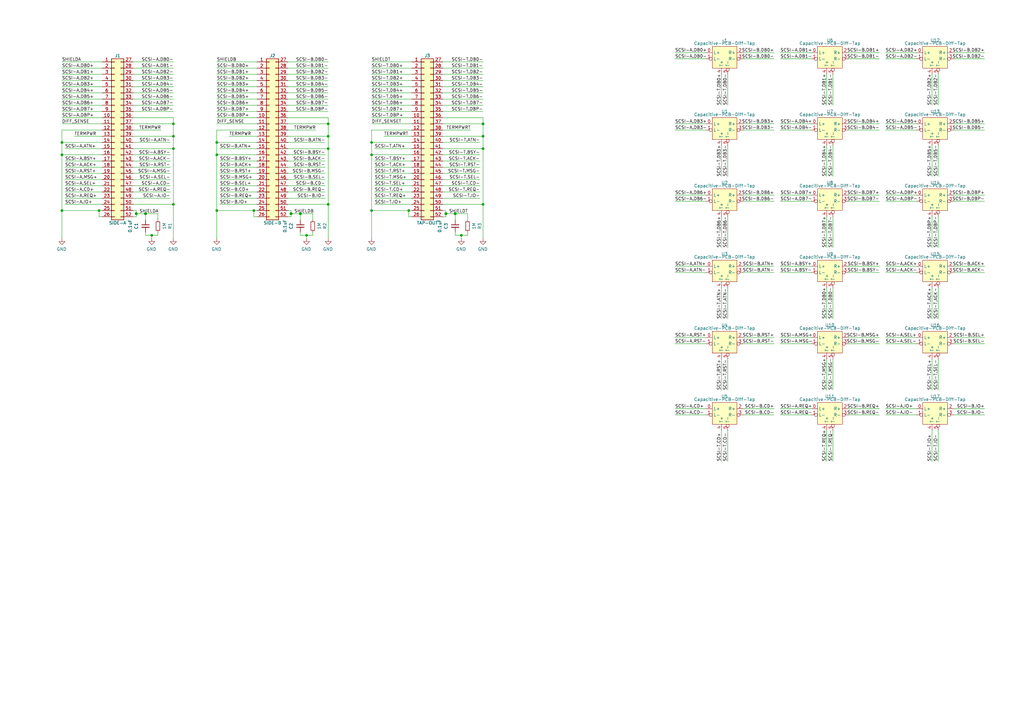
<source format=kicad_sch>
(kicad_sch (version 20210621) (generator eeschema)
  (paper "A3")
  (title_block (date "2021-10-02"))
  (lib_symbols
    (symbol "Connector_Generic:Conn_02x26_Top_Bottom" (pin_names (offset 1.016) hide)
      (property "Reference" "J" (at 1.27 33.02 0))
      (property "Value" "Conn_02x26_Top_Bottom" (at 1.27 -35.56 0))
      (symbol "Conn_02x26_Top_Bottom_1_1"
        (rectangle (start -1.27 -32.893) (end 0 -33.147) (stroke (width 0.1524)))
        (rectangle (start -1.27 -30.353) (end 0 -30.607) (stroke (width 0.1524)))
        (rectangle (start -1.27 -27.813) (end 0 -28.067) (stroke (width 0.1524)))
        (rectangle (start -1.27 -25.273) (end 0 -25.527) (stroke (width 0.1524)))
        (rectangle (start -1.27 -22.733) (end 0 -22.987) (stroke (width 0.1524)))
        (rectangle (start -1.27 -20.193) (end 0 -20.447) (stroke (width 0.1524)))
        (rectangle (start -1.27 -17.653) (end 0 -17.907) (stroke (width 0.1524)))
        (rectangle (start -1.27 -15.113) (end 0 -15.367) (stroke (width 0.1524)))
        (rectangle (start -1.27 -12.573) (end 0 -12.827) (stroke (width 0.1524)))
        (rectangle (start -1.27 -10.033) (end 0 -10.287) (stroke (width 0.1524)))
        (rectangle (start -1.27 -7.493) (end 0 -7.747) (stroke (width 0.1524)))
        (rectangle (start -1.27 -4.953) (end 0 -5.207) (stroke (width 0.1524)))
        (rectangle (start -1.27 -2.413) (end 0 -2.667) (stroke (width 0.1524)))
        (rectangle (start -1.27 0.127) (end 0 -0.127) (stroke (width 0.1524)))
        (rectangle (start -1.27 2.667) (end 0 2.413) (stroke (width 0.1524)))
        (rectangle (start -1.27 5.207) (end 0 4.953) (stroke (width 0.1524)))
        (rectangle (start -1.27 7.747) (end 0 7.493) (stroke (width 0.1524)))
        (rectangle (start -1.27 10.287) (end 0 10.033) (stroke (width 0.1524)))
        (rectangle (start -1.27 12.827) (end 0 12.573) (stroke (width 0.1524)))
        (rectangle (start -1.27 15.367) (end 0 15.113) (stroke (width 0.1524)))
        (rectangle (start -1.27 17.907) (end 0 17.653) (stroke (width 0.1524)))
        (rectangle (start -1.27 20.447) (end 0 20.193) (stroke (width 0.1524)))
        (rectangle (start -1.27 22.987) (end 0 22.733) (stroke (width 0.1524)))
        (rectangle (start -1.27 25.527) (end 0 25.273) (stroke (width 0.1524)))
        (rectangle (start -1.27 28.067) (end 0 27.813) (stroke (width 0.1524)))
        (rectangle (start -1.27 30.607) (end 0 30.353) (stroke (width 0.1524)))
        (rectangle (start 3.81 -32.893) (end 2.54 -33.147) (stroke (width 0.1524)))
        (rectangle (start 3.81 -30.353) (end 2.54 -30.607) (stroke (width 0.1524)))
        (rectangle (start 3.81 -27.813) (end 2.54 -28.067) (stroke (width 0.1524)))
        (rectangle (start 3.81 -25.273) (end 2.54 -25.527) (stroke (width 0.1524)))
        (rectangle (start 3.81 -22.733) (end 2.54 -22.987) (stroke (width 0.1524)))
        (rectangle (start 3.81 -20.193) (end 2.54 -20.447) (stroke (width 0.1524)))
        (rectangle (start 3.81 -17.653) (end 2.54 -17.907) (stroke (width 0.1524)))
        (rectangle (start 3.81 -15.113) (end 2.54 -15.367) (stroke (width 0.1524)))
        (rectangle (start 3.81 -12.573) (end 2.54 -12.827) (stroke (width 0.1524)))
        (rectangle (start 3.81 -10.033) (end 2.54 -10.287) (stroke (width 0.1524)))
        (rectangle (start 3.81 -7.493) (end 2.54 -7.747) (stroke (width 0.1524)))
        (rectangle (start 3.81 -4.953) (end 2.54 -5.207) (stroke (width 0.1524)))
        (rectangle (start 3.81 -2.413) (end 2.54 -2.667) (stroke (width 0.1524)))
        (rectangle (start 3.81 0.127) (end 2.54 -0.127) (stroke (width 0.1524)))
        (rectangle (start 3.81 2.667) (end 2.54 2.413) (stroke (width 0.1524)))
        (rectangle (start 3.81 5.207) (end 2.54 4.953) (stroke (width 0.1524)))
        (rectangle (start 3.81 7.747) (end 2.54 7.493) (stroke (width 0.1524)))
        (rectangle (start 3.81 10.287) (end 2.54 10.033) (stroke (width 0.1524)))
        (rectangle (start 3.81 12.827) (end 2.54 12.573) (stroke (width 0.1524)))
        (rectangle (start 3.81 15.367) (end 2.54 15.113) (stroke (width 0.1524)))
        (rectangle (start 3.81 17.907) (end 2.54 17.653) (stroke (width 0.1524)))
        (rectangle (start 3.81 20.447) (end 2.54 20.193) (stroke (width 0.1524)))
        (rectangle (start 3.81 22.987) (end 2.54 22.733) (stroke (width 0.1524)))
        (rectangle (start 3.81 25.527) (end 2.54 25.273) (stroke (width 0.1524)))
        (rectangle (start 3.81 28.067) (end 2.54 27.813) (stroke (width 0.1524)))
        (rectangle (start 3.81 30.607) (end 2.54 30.353) (stroke (width 0.1524)))
        (rectangle (start -1.27 31.75) (end 3.81 -34.29) (stroke (width 0.254)) (fill (type background)))
        (pin passive line (at -5.08 30.48 0) (length 3.81) (name "Pin_1") (number "1"))
        (pin passive line (at -5.08 7.62 0) (length 3.81) (name "Pin_10") (number "10"))
        (pin passive line (at -5.08 5.08 0) (length 3.81) (name "Pin_11") (number "11"))
        (pin passive line (at -5.08 2.54 0) (length 3.81) (name "Pin_12") (number "12"))
        (pin passive line (at -5.08 0 0) (length 3.81) (name "Pin_13") (number "13"))
        (pin passive line (at -5.08 -2.54 0) (length 3.81) (name "Pin_14") (number "14"))
        (pin passive line (at -5.08 -5.08 0) (length 3.81) (name "Pin_15") (number "15"))
        (pin passive line (at -5.08 -7.62 0) (length 3.81) (name "Pin_16") (number "16"))
        (pin passive line (at -5.08 -10.16 0) (length 3.81) (name "Pin_17") (number "17"))
        (pin passive line (at -5.08 -12.7 0) (length 3.81) (name "Pin_18") (number "18"))
        (pin passive line (at -5.08 -15.24 0) (length 3.81) (name "Pin_19") (number "19"))
        (pin passive line (at -5.08 27.94 0) (length 3.81) (name "Pin_2") (number "2"))
        (pin passive line (at -5.08 -17.78 0) (length 3.81) (name "Pin_20") (number "20"))
        (pin passive line (at -5.08 -20.32 0) (length 3.81) (name "Pin_21") (number "21"))
        (pin passive line (at -5.08 -22.86 0) (length 3.81) (name "Pin_22") (number "22"))
        (pin passive line (at -5.08 -25.4 0) (length 3.81) (name "Pin_23") (number "23"))
        (pin passive line (at -5.08 -27.94 0) (length 3.81) (name "Pin_24") (number "24"))
        (pin passive line (at -5.08 -30.48 0) (length 3.81) (name "Pin_25") (number "25"))
        (pin passive line (at -5.08 -33.02 0) (length 3.81) (name "Pin_26") (number "26"))
        (pin passive line (at 7.62 30.48 180) (length 3.81) (name "Pin_27") (number "27"))
        (pin passive line (at 7.62 27.94 180) (length 3.81) (name "Pin_28") (number "28"))
        (pin passive line (at 7.62 25.4 180) (length 3.81) (name "Pin_29") (number "29"))
        (pin passive line (at -5.08 25.4 0) (length 3.81) (name "Pin_3") (number "3"))
        (pin passive line (at 7.62 22.86 180) (length 3.81) (name "Pin_30") (number "30"))
        (pin passive line (at 7.62 20.32 180) (length 3.81) (name "Pin_31") (number "31"))
        (pin passive line (at 7.62 17.78 180) (length 3.81) (name "Pin_32") (number "32"))
        (pin passive line (at 7.62 15.24 180) (length 3.81) (name "Pin_33") (number "33"))
        (pin passive line (at 7.62 12.7 180) (length 3.81) (name "Pin_34") (number "34"))
        (pin passive line (at 7.62 10.16 180) (length 3.81) (name "Pin_35") (number "35"))
        (pin passive line (at 7.62 7.62 180) (length 3.81) (name "Pin_36") (number "36"))
        (pin passive line (at 7.62 5.08 180) (length 3.81) (name "Pin_37") (number "37"))
        (pin passive line (at 7.62 2.54 180) (length 3.81) (name "Pin_38") (number "38"))
        (pin passive line (at 7.62 0 180) (length 3.81) (name "Pin_39") (number "39"))
        (pin passive line (at -5.08 22.86 0) (length 3.81) (name "Pin_4") (number "4"))
        (pin passive line (at 7.62 -2.54 180) (length 3.81) (name "Pin_40") (number "40"))
        (pin passive line (at 7.62 -5.08 180) (length 3.81) (name "Pin_41") (number "41"))
        (pin passive line (at 7.62 -7.62 180) (length 3.81) (name "Pin_42") (number "42"))
        (pin passive line (at 7.62 -10.16 180) (length 3.81) (name "Pin_43") (number "43"))
        (pin passive line (at 7.62 -12.7 180) (length 3.81) (name "Pin_44") (number "44"))
        (pin passive line (at 7.62 -15.24 180) (length 3.81) (name "Pin_45") (number "45"))
        (pin passive line (at 7.62 -17.78 180) (length 3.81) (name "Pin_46") (number "46"))
        (pin passive line (at 7.62 -20.32 180) (length 3.81) (name "Pin_47") (number "47"))
        (pin passive line (at 7.62 -22.86 180) (length 3.81) (name "Pin_48") (number "48"))
        (pin passive line (at 7.62 -25.4 180) (length 3.81) (name "Pin_49") (number "49"))
        (pin passive line (at -5.08 20.32 0) (length 3.81) (name "Pin_5") (number "5"))
        (pin passive line (at 7.62 -27.94 180) (length 3.81) (name "Pin_50") (number "50"))
        (pin passive line (at 7.62 -30.48 180) (length 3.81) (name "Pin_51") (number "51"))
        (pin passive line (at 7.62 -33.02 180) (length 3.81) (name "Pin_52") (number "52"))
        (pin passive line (at -5.08 17.78 0) (length 3.81) (name "Pin_6") (number "6"))
        (pin passive line (at -5.08 15.24 0) (length 3.81) (name "Pin_7") (number "7"))
        (pin passive line (at -5.08 12.7 0) (length 3.81) (name "Pin_8") (number "8"))
        (pin passive line (at -5.08 10.16 0) (length 3.81) (name "Pin_9") (number "9"))
      )
    )
    (symbol "Device:C_Small" (pin_numbers hide) (pin_names (offset 0.254) hide)
      (property "Reference" "C" (at 0.254 1.778 0))
      (property "Value" "C_Small" (at 0.254 -2.032 0))
      (symbol "C_Small_0_1"
        (polyline (pts (xy -1.524 -0.508) (xy 1.524 -0.508)) (stroke (width 0.3302)))
        (polyline (pts (xy -1.524 0.508) (xy 1.524 0.508)) (stroke (width 0.3048)))
      )
      (symbol "C_Small_1_1"
        (pin passive line (at 0 2.54 270) (length 2.032) (name "~") (number "1"))
        (pin passive line (at 0 -2.54 90) (length 2.032) (name "~") (number "2"))
      )
    )
    (symbol "Device:R_Small" (pin_numbers hide) (pin_names (offset 0.254) hide)
      (property "Reference" "R" (at 0.762 0.508 0))
      (property "Value" "R_Small" (at 0.762 -1.016 0))
      (symbol "R_Small_0_1"
        (rectangle (start -0.762 1.778) (end 0.762 -1.778) (stroke (width 0.2032)))
      )
      (symbol "R_Small_1_1"
        (pin passive line (at 0 2.54 270) (length 0.762) (name "~") (number "1"))
        (pin passive line (at 0 -2.54 90) (length 0.762) (name "~") (number "2"))
      )
    )
    (symbol "lethalbit:Capacitive-PCB-Diff-Tap"
      (property "Reference" "~" (at 0 7.62 0))
      (property "Value" "Capacitive-PCB-Diff-Tap" (at 0 6.35 0))
      (symbol "Capacitive-PCB-Diff-Tap_0_1"
        (rectangle (start -5.08 -3.81) (end 5.08 5.08) (stroke (width 0.1524)) (fill (type background)))
      )
      (symbol "Capacitive-PCB-Diff-Tap_1_1"
        (pin passive line (at -7.62 2.54 0) (length 2.54) (name "L+") (number "0"))
        (pin passive inverted (at -7.62 0 0) (length 2.54) (name "L-") (number "1"))
        (pin passive line (at 7.62 2.54 180) (length 2.54) (name "R+") (number "2"))
        (pin passive inverted (at 7.62 0 180) (length 2.54) (name "R-") (number "3"))
        (pin passive line (at -1.27 -6.35 90) (length 2.54) (name "T+") (number "4"))
        (pin passive inverted (at 1.27 -6.35 90) (length 2.54) (name "T-") (number "5"))
      )
    )
    (symbol "power:GND" (power) (pin_names (offset 0))
      (property "Value" "GND" (at 0 -3.81 0))
      (symbol "GND_0_1"
        (polyline (pts (xy 0 0) (xy 0 -1.27) (xy 1.27 -1.27) (xy 0 -2.54) (xy -1.27 -1.27) (xy 0 -1.27)))
      )
      (symbol "GND_1_1"
        (pin power_in line (at 0 0 270) (length 0) hide (name "GND") (number "1"))
      )
    )
  )
  (junction (at 25.4 58.42))
  (junction (at 25.4 63.5))
  (junction (at 25.4 86.36))
  (junction (at 40.64 86.36))
  (junction (at 55.88 87.63) (diameter 1.016))
  (junction (at 59.69 87.63) (diameter 1.016))
  (junction (at 62.23 96.52))
  (junction (at 71.12 50.8))
  (junction (at 71.12 55.88))
  (junction (at 71.12 60.96))
  (junction (at 71.12 83.82))
  (junction (at 88.9 58.42))
  (junction (at 88.9 63.5))
  (junction (at 88.9 86.36))
  (junction (at 104.14 86.36))
  (junction (at 119.38 87.63) (diameter 1.016))
  (junction (at 123.19 87.63) (diameter 1.016))
  (junction (at 125.73 96.52))
  (junction (at 134.62 50.8))
  (junction (at 134.62 55.88))
  (junction (at 134.62 60.96))
  (junction (at 134.62 83.82))
  (junction (at 152.4 58.42))
  (junction (at 152.4 63.5))
  (junction (at 152.4 86.36))
  (junction (at 167.64 86.36))
  (junction (at 182.88 87.63) (diameter 1.016))
  (junction (at 186.69 87.63) (diameter 1.016))
  (junction (at 189.23 96.52))
  (junction (at 198.12 50.8))
  (junction (at 198.12 55.88))
  (junction (at 198.12 60.96))
  (junction (at 198.12 83.82))
  (wire (pts (xy 25.4 27.94) (xy 41.91 27.94)))
  (wire (pts (xy 25.4 30.48) (xy 41.91 30.48)))
  (wire (pts (xy 25.4 33.02) (xy 41.91 33.02)))
  (wire (pts (xy 25.4 35.56) (xy 41.91 35.56)))
  (wire (pts (xy 25.4 38.1) (xy 41.91 38.1)))
  (wire (pts (xy 25.4 40.64) (xy 41.91 40.64)))
  (wire (pts (xy 25.4 43.18) (xy 41.91 43.18)))
  (wire (pts (xy 25.4 45.72) (xy 41.91 45.72)))
  (wire (pts (xy 25.4 48.26) (xy 41.91 48.26)))
  (wire (pts (xy 25.4 50.8) (xy 41.91 50.8)))
  (wire (pts (xy 25.4 53.34) (xy 41.91 53.34)))
  (wire (pts (xy 25.4 58.42) (xy 25.4 53.34)))
  (wire (pts (xy 25.4 58.42) (xy 25.4 63.5)))
  (wire (pts (xy 25.4 58.42) (xy 41.91 58.42)))
  (wire (pts (xy 25.4 63.5) (xy 25.4 86.36)))
  (wire (pts (xy 25.4 63.5) (xy 41.91 63.5)))
  (wire (pts (xy 25.4 86.36) (xy 25.4 97.79)))
  (wire (pts (xy 25.4 86.36) (xy 40.64 86.36)))
  (wire (pts (xy 26.67 60.96) (xy 41.91 60.96)))
  (wire (pts (xy 26.67 68.58) (xy 41.91 68.58)))
  (wire (pts (xy 26.67 71.12) (xy 41.91 71.12)))
  (wire (pts (xy 26.67 73.66) (xy 41.91 73.66)))
  (wire (pts (xy 26.67 76.2) (xy 41.91 76.2)))
  (wire (pts (xy 26.67 78.74) (xy 41.91 78.74)))
  (wire (pts (xy 26.67 81.28) (xy 41.91 81.28)))
  (wire (pts (xy 26.67 83.82) (xy 41.91 83.82)))
  (wire (pts (xy 30.48 55.88) (xy 41.91 55.88)))
  (wire (pts (xy 40.64 86.36) (xy 40.64 88.9)))
  (wire (pts (xy 40.64 86.36) (xy 41.91 86.36)))
  (wire (pts (xy 40.64 88.9) (xy 41.91 88.9)))
  (wire (pts (xy 41.91 25.4) (xy 25.4 25.4)))
  (wire (pts (xy 41.91 66.04) (xy 26.67 66.04)))
  (wire (pts (xy 54.61 48.26) (xy 71.12 48.26)))
  (wire (pts (xy 54.61 55.88) (xy 71.12 55.88)))
  (wire (pts (xy 54.61 60.96) (xy 71.12 60.96)))
  (wire (pts (xy 54.61 83.82) (xy 71.12 83.82)))
  (wire (pts (xy 54.61 86.36) (xy 55.88 86.36)))
  (wire (pts (xy 54.61 88.9) (xy 55.88 88.9)))
  (wire (pts (xy 55.88 86.36) (xy 55.88 87.63)))
  (wire (pts (xy 55.88 87.63) (xy 55.88 88.9)))
  (wire (pts (xy 55.88 87.63) (xy 59.69 87.63)))
  (wire (pts (xy 59.69 87.63) (xy 64.77 87.63)))
  (wire (pts (xy 59.69 90.17) (xy 59.69 87.63)))
  (wire (pts (xy 59.69 95.25) (xy 59.69 96.52)))
  (wire (pts (xy 59.69 96.52) (xy 62.23 96.52)))
  (wire (pts (xy 62.23 96.52) (xy 64.77 96.52)))
  (wire (pts (xy 62.23 97.79) (xy 62.23 96.52)))
  (wire (pts (xy 64.77 87.63) (xy 64.77 90.17)))
  (wire (pts (xy 64.77 96.52) (xy 64.77 95.25)))
  (wire (pts (xy 66.04 53.34) (xy 54.61 53.34)))
  (wire (pts (xy 69.85 58.42) (xy 54.61 58.42)))
  (wire (pts (xy 69.85 63.5) (xy 54.61 63.5)))
  (wire (pts (xy 69.85 66.04) (xy 54.61 66.04)))
  (wire (pts (xy 69.85 68.58) (xy 54.61 68.58)))
  (wire (pts (xy 69.85 71.12) (xy 54.61 71.12)))
  (wire (pts (xy 69.85 73.66) (xy 54.61 73.66)))
  (wire (pts (xy 69.85 76.2) (xy 54.61 76.2)))
  (wire (pts (xy 69.85 78.74) (xy 54.61 78.74)))
  (wire (pts (xy 69.85 81.28) (xy 54.61 81.28)))
  (wire (pts (xy 71.12 25.4) (xy 54.61 25.4)))
  (wire (pts (xy 71.12 27.94) (xy 54.61 27.94)))
  (wire (pts (xy 71.12 30.48) (xy 54.61 30.48)))
  (wire (pts (xy 71.12 33.02) (xy 54.61 33.02)))
  (wire (pts (xy 71.12 35.56) (xy 54.61 35.56)))
  (wire (pts (xy 71.12 38.1) (xy 54.61 38.1)))
  (wire (pts (xy 71.12 40.64) (xy 54.61 40.64)))
  (wire (pts (xy 71.12 43.18) (xy 54.61 43.18)))
  (wire (pts (xy 71.12 45.72) (xy 54.61 45.72)))
  (wire (pts (xy 71.12 48.26) (xy 71.12 50.8)))
  (wire (pts (xy 71.12 50.8) (xy 54.61 50.8)))
  (wire (pts (xy 71.12 50.8) (xy 71.12 55.88)))
  (wire (pts (xy 71.12 60.96) (xy 71.12 55.88)))
  (wire (pts (xy 71.12 60.96) (xy 71.12 83.82)))
  (wire (pts (xy 71.12 83.82) (xy 71.12 97.79)))
  (wire (pts (xy 88.9 27.94) (xy 105.41 27.94)))
  (wire (pts (xy 88.9 30.48) (xy 105.41 30.48)))
  (wire (pts (xy 88.9 33.02) (xy 105.41 33.02)))
  (wire (pts (xy 88.9 35.56) (xy 105.41 35.56)))
  (wire (pts (xy 88.9 38.1) (xy 105.41 38.1)))
  (wire (pts (xy 88.9 40.64) (xy 105.41 40.64)))
  (wire (pts (xy 88.9 43.18) (xy 105.41 43.18)))
  (wire (pts (xy 88.9 45.72) (xy 105.41 45.72)))
  (wire (pts (xy 88.9 48.26) (xy 105.41 48.26)))
  (wire (pts (xy 88.9 50.8) (xy 105.41 50.8)))
  (wire (pts (xy 88.9 53.34) (xy 105.41 53.34)))
  (wire (pts (xy 88.9 58.42) (xy 88.9 53.34)))
  (wire (pts (xy 88.9 58.42) (xy 88.9 63.5)))
  (wire (pts (xy 88.9 58.42) (xy 105.41 58.42)))
  (wire (pts (xy 88.9 63.5) (xy 88.9 86.36)))
  (wire (pts (xy 88.9 63.5) (xy 105.41 63.5)))
  (wire (pts (xy 88.9 86.36) (xy 88.9 97.79)))
  (wire (pts (xy 88.9 86.36) (xy 104.14 86.36)))
  (wire (pts (xy 90.17 60.96) (xy 105.41 60.96)))
  (wire (pts (xy 90.17 68.58) (xy 105.41 68.58)))
  (wire (pts (xy 90.17 71.12) (xy 105.41 71.12)))
  (wire (pts (xy 90.17 73.66) (xy 105.41 73.66)))
  (wire (pts (xy 90.17 76.2) (xy 105.41 76.2)))
  (wire (pts (xy 90.17 78.74) (xy 105.41 78.74)))
  (wire (pts (xy 90.17 81.28) (xy 105.41 81.28)))
  (wire (pts (xy 90.17 83.82) (xy 105.41 83.82)))
  (wire (pts (xy 93.98 55.88) (xy 105.41 55.88)))
  (wire (pts (xy 104.14 86.36) (xy 104.14 88.9)))
  (wire (pts (xy 104.14 86.36) (xy 105.41 86.36)))
  (wire (pts (xy 104.14 88.9) (xy 105.41 88.9)))
  (wire (pts (xy 105.41 25.4) (xy 88.9 25.4)))
  (wire (pts (xy 105.41 66.04) (xy 90.17 66.04)))
  (wire (pts (xy 118.11 48.26) (xy 134.62 48.26)))
  (wire (pts (xy 118.11 55.88) (xy 134.62 55.88)))
  (wire (pts (xy 118.11 60.96) (xy 134.62 60.96)))
  (wire (pts (xy 118.11 83.82) (xy 134.62 83.82)))
  (wire (pts (xy 118.11 86.36) (xy 119.38 86.36)))
  (wire (pts (xy 118.11 88.9) (xy 119.38 88.9)))
  (wire (pts (xy 119.38 86.36) (xy 119.38 87.63)))
  (wire (pts (xy 119.38 87.63) (xy 119.38 88.9)))
  (wire (pts (xy 119.38 87.63) (xy 123.19 87.63)))
  (wire (pts (xy 123.19 87.63) (xy 128.27 87.63)))
  (wire (pts (xy 123.19 90.17) (xy 123.19 87.63)))
  (wire (pts (xy 123.19 95.25) (xy 123.19 96.52)))
  (wire (pts (xy 123.19 96.52) (xy 125.73 96.52)))
  (wire (pts (xy 125.73 96.52) (xy 128.27 96.52)))
  (wire (pts (xy 125.73 97.79) (xy 125.73 96.52)))
  (wire (pts (xy 128.27 87.63) (xy 128.27 90.17)))
  (wire (pts (xy 128.27 96.52) (xy 128.27 95.25)))
  (wire (pts (xy 129.54 53.34) (xy 118.11 53.34)))
  (wire (pts (xy 133.35 58.42) (xy 118.11 58.42)))
  (wire (pts (xy 133.35 63.5) (xy 118.11 63.5)))
  (wire (pts (xy 133.35 66.04) (xy 118.11 66.04)))
  (wire (pts (xy 133.35 68.58) (xy 118.11 68.58)))
  (wire (pts (xy 133.35 71.12) (xy 118.11 71.12)))
  (wire (pts (xy 133.35 73.66) (xy 118.11 73.66)))
  (wire (pts (xy 133.35 76.2) (xy 118.11 76.2)))
  (wire (pts (xy 133.35 78.74) (xy 118.11 78.74)))
  (wire (pts (xy 133.35 81.28) (xy 118.11 81.28)))
  (wire (pts (xy 134.62 25.4) (xy 118.11 25.4)))
  (wire (pts (xy 134.62 27.94) (xy 118.11 27.94)))
  (wire (pts (xy 134.62 30.48) (xy 118.11 30.48)))
  (wire (pts (xy 134.62 33.02) (xy 118.11 33.02)))
  (wire (pts (xy 134.62 35.56) (xy 118.11 35.56)))
  (wire (pts (xy 134.62 38.1) (xy 118.11 38.1)))
  (wire (pts (xy 134.62 40.64) (xy 118.11 40.64)))
  (wire (pts (xy 134.62 43.18) (xy 118.11 43.18)))
  (wire (pts (xy 134.62 45.72) (xy 118.11 45.72)))
  (wire (pts (xy 134.62 48.26) (xy 134.62 50.8)))
  (wire (pts (xy 134.62 50.8) (xy 118.11 50.8)))
  (wire (pts (xy 134.62 50.8) (xy 134.62 55.88)))
  (wire (pts (xy 134.62 60.96) (xy 134.62 55.88)))
  (wire (pts (xy 134.62 60.96) (xy 134.62 83.82)))
  (wire (pts (xy 134.62 83.82) (xy 134.62 97.79)))
  (wire (pts (xy 152.4 27.94) (xy 168.91 27.94)))
  (wire (pts (xy 152.4 30.48) (xy 168.91 30.48)))
  (wire (pts (xy 152.4 33.02) (xy 168.91 33.02)))
  (wire (pts (xy 152.4 35.56) (xy 168.91 35.56)))
  (wire (pts (xy 152.4 38.1) (xy 168.91 38.1)))
  (wire (pts (xy 152.4 40.64) (xy 168.91 40.64)))
  (wire (pts (xy 152.4 43.18) (xy 168.91 43.18)))
  (wire (pts (xy 152.4 45.72) (xy 168.91 45.72)))
  (wire (pts (xy 152.4 48.26) (xy 168.91 48.26)))
  (wire (pts (xy 152.4 50.8) (xy 168.91 50.8)))
  (wire (pts (xy 152.4 53.34) (xy 168.91 53.34)))
  (wire (pts (xy 152.4 58.42) (xy 152.4 53.34)))
  (wire (pts (xy 152.4 58.42) (xy 152.4 63.5)))
  (wire (pts (xy 152.4 58.42) (xy 168.91 58.42)))
  (wire (pts (xy 152.4 63.5) (xy 152.4 86.36)))
  (wire (pts (xy 152.4 63.5) (xy 168.91 63.5)))
  (wire (pts (xy 152.4 86.36) (xy 152.4 97.79)))
  (wire (pts (xy 152.4 86.36) (xy 167.64 86.36)))
  (wire (pts (xy 153.67 60.96) (xy 168.91 60.96)))
  (wire (pts (xy 153.67 68.58) (xy 168.91 68.58)))
  (wire (pts (xy 153.67 71.12) (xy 168.91 71.12)))
  (wire (pts (xy 153.67 73.66) (xy 168.91 73.66)))
  (wire (pts (xy 153.67 76.2) (xy 168.91 76.2)))
  (wire (pts (xy 153.67 78.74) (xy 168.91 78.74)))
  (wire (pts (xy 153.67 81.28) (xy 168.91 81.28)))
  (wire (pts (xy 153.67 83.82) (xy 168.91 83.82)))
  (wire (pts (xy 157.48 55.88) (xy 168.91 55.88)))
  (wire (pts (xy 167.64 86.36) (xy 167.64 88.9)))
  (wire (pts (xy 167.64 86.36) (xy 168.91 86.36)))
  (wire (pts (xy 167.64 88.9) (xy 168.91 88.9)))
  (wire (pts (xy 168.91 25.4) (xy 152.4 25.4)))
  (wire (pts (xy 168.91 66.04) (xy 153.67 66.04)))
  (wire (pts (xy 181.61 48.26) (xy 198.12 48.26)))
  (wire (pts (xy 181.61 55.88) (xy 198.12 55.88)))
  (wire (pts (xy 181.61 60.96) (xy 198.12 60.96)))
  (wire (pts (xy 181.61 83.82) (xy 198.12 83.82)))
  (wire (pts (xy 181.61 86.36) (xy 182.88 86.36)))
  (wire (pts (xy 181.61 88.9) (xy 182.88 88.9)))
  (wire (pts (xy 182.88 86.36) (xy 182.88 87.63)))
  (wire (pts (xy 182.88 87.63) (xy 182.88 88.9)))
  (wire (pts (xy 182.88 87.63) (xy 186.69 87.63)))
  (wire (pts (xy 186.69 87.63) (xy 191.77 87.63)))
  (wire (pts (xy 186.69 90.17) (xy 186.69 87.63)))
  (wire (pts (xy 186.69 95.25) (xy 186.69 96.52)))
  (wire (pts (xy 186.69 96.52) (xy 189.23 96.52)))
  (wire (pts (xy 189.23 96.52) (xy 191.77 96.52)))
  (wire (pts (xy 189.23 97.79) (xy 189.23 96.52)))
  (wire (pts (xy 191.77 87.63) (xy 191.77 90.17)))
  (wire (pts (xy 191.77 96.52) (xy 191.77 95.25)))
  (wire (pts (xy 193.04 53.34) (xy 181.61 53.34)))
  (wire (pts (xy 196.85 58.42) (xy 181.61 58.42)))
  (wire (pts (xy 196.85 63.5) (xy 181.61 63.5)))
  (wire (pts (xy 196.85 66.04) (xy 181.61 66.04)))
  (wire (pts (xy 196.85 68.58) (xy 181.61 68.58)))
  (wire (pts (xy 196.85 71.12) (xy 181.61 71.12)))
  (wire (pts (xy 196.85 73.66) (xy 181.61 73.66)))
  (wire (pts (xy 196.85 76.2) (xy 181.61 76.2)))
  (wire (pts (xy 196.85 78.74) (xy 181.61 78.74)))
  (wire (pts (xy 196.85 81.28) (xy 181.61 81.28)))
  (wire (pts (xy 198.12 25.4) (xy 181.61 25.4)))
  (wire (pts (xy 198.12 27.94) (xy 181.61 27.94)))
  (wire (pts (xy 198.12 30.48) (xy 181.61 30.48)))
  (wire (pts (xy 198.12 33.02) (xy 181.61 33.02)))
  (wire (pts (xy 198.12 35.56) (xy 181.61 35.56)))
  (wire (pts (xy 198.12 38.1) (xy 181.61 38.1)))
  (wire (pts (xy 198.12 40.64) (xy 181.61 40.64)))
  (wire (pts (xy 198.12 43.18) (xy 181.61 43.18)))
  (wire (pts (xy 198.12 45.72) (xy 181.61 45.72)))
  (wire (pts (xy 198.12 48.26) (xy 198.12 50.8)))
  (wire (pts (xy 198.12 50.8) (xy 181.61 50.8)))
  (wire (pts (xy 198.12 50.8) (xy 198.12 55.88)))
  (wire (pts (xy 198.12 60.96) (xy 198.12 55.88)))
  (wire (pts (xy 198.12 60.96) (xy 198.12 83.82)))
  (wire (pts (xy 198.12 83.82) (xy 198.12 97.79)))
  (wire (pts (xy 276.86 21.59) (xy 289.56 21.59)))
  (wire (pts (xy 276.86 50.8) (xy 289.56 50.8)))
  (wire (pts (xy 276.86 80.01) (xy 289.56 80.01)))
  (wire (pts (xy 276.86 109.22) (xy 289.56 109.22)))
  (wire (pts (xy 276.86 138.43) (xy 289.56 138.43)))
  (wire (pts (xy 276.86 167.64) (xy 289.56 167.64)))
  (wire (pts (xy 289.56 24.13) (xy 276.86 24.13)))
  (wire (pts (xy 289.56 53.34) (xy 276.86 53.34)))
  (wire (pts (xy 289.56 82.55) (xy 276.86 82.55)))
  (wire (pts (xy 289.56 111.76) (xy 276.86 111.76)))
  (wire (pts (xy 289.56 140.97) (xy 276.86 140.97)))
  (wire (pts (xy 289.56 170.18) (xy 276.86 170.18)))
  (wire (pts (xy 295.91 43.18) (xy 295.91 30.48)))
  (wire (pts (xy 295.91 72.39) (xy 295.91 59.69)))
  (wire (pts (xy 295.91 101.6) (xy 295.91 88.9)))
  (wire (pts (xy 295.91 130.81) (xy 295.91 118.11)))
  (wire (pts (xy 295.91 160.02) (xy 295.91 147.32)))
  (wire (pts (xy 295.91 189.23) (xy 295.91 176.53)))
  (wire (pts (xy 298.45 43.18) (xy 298.45 30.48)))
  (wire (pts (xy 298.45 72.39) (xy 298.45 59.69)))
  (wire (pts (xy 298.45 101.6) (xy 298.45 88.9)))
  (wire (pts (xy 298.45 130.81) (xy 298.45 118.11)))
  (wire (pts (xy 298.45 160.02) (xy 298.45 147.32)))
  (wire (pts (xy 298.45 189.23) (xy 298.45 176.53)))
  (wire (pts (xy 317.5 21.59) (xy 304.8 21.59)))
  (wire (pts (xy 317.5 24.13) (xy 304.8 24.13)))
  (wire (pts (xy 317.5 50.8) (xy 304.8 50.8)))
  (wire (pts (xy 317.5 53.34) (xy 304.8 53.34)))
  (wire (pts (xy 317.5 80.01) (xy 304.8 80.01)))
  (wire (pts (xy 317.5 82.55) (xy 304.8 82.55)))
  (wire (pts (xy 317.5 109.22) (xy 304.8 109.22)))
  (wire (pts (xy 317.5 111.76) (xy 304.8 111.76)))
  (wire (pts (xy 317.5 138.43) (xy 304.8 138.43)))
  (wire (pts (xy 317.5 140.97) (xy 304.8 140.97)))
  (wire (pts (xy 317.5 167.64) (xy 304.8 167.64)))
  (wire (pts (xy 317.5 170.18) (xy 304.8 170.18)))
  (wire (pts (xy 320.04 21.59) (xy 332.74 21.59)))
  (wire (pts (xy 320.04 50.8) (xy 332.74 50.8)))
  (wire (pts (xy 320.04 80.01) (xy 332.74 80.01)))
  (wire (pts (xy 320.04 109.22) (xy 332.74 109.22)))
  (wire (pts (xy 320.04 138.43) (xy 332.74 138.43)))
  (wire (pts (xy 320.04 167.64) (xy 332.74 167.64)))
  (wire (pts (xy 332.74 24.13) (xy 320.04 24.13)))
  (wire (pts (xy 332.74 53.34) (xy 320.04 53.34)))
  (wire (pts (xy 332.74 82.55) (xy 320.04 82.55)))
  (wire (pts (xy 332.74 111.76) (xy 320.04 111.76)))
  (wire (pts (xy 332.74 140.97) (xy 320.04 140.97)))
  (wire (pts (xy 332.74 170.18) (xy 320.04 170.18)))
  (wire (pts (xy 339.09 43.18) (xy 339.09 30.48)))
  (wire (pts (xy 339.09 72.39) (xy 339.09 59.69)))
  (wire (pts (xy 339.09 101.6) (xy 339.09 88.9)))
  (wire (pts (xy 339.09 130.81) (xy 339.09 118.11)))
  (wire (pts (xy 339.09 160.02) (xy 339.09 147.32)))
  (wire (pts (xy 339.09 189.23) (xy 339.09 176.53)))
  (wire (pts (xy 341.63 43.18) (xy 341.63 30.48)))
  (wire (pts (xy 341.63 72.39) (xy 341.63 59.69)))
  (wire (pts (xy 341.63 101.6) (xy 341.63 88.9)))
  (wire (pts (xy 341.63 130.81) (xy 341.63 118.11)))
  (wire (pts (xy 341.63 160.02) (xy 341.63 147.32)))
  (wire (pts (xy 341.63 189.23) (xy 341.63 176.53)))
  (wire (pts (xy 360.68 21.59) (xy 347.98 21.59)))
  (wire (pts (xy 360.68 24.13) (xy 347.98 24.13)))
  (wire (pts (xy 360.68 50.8) (xy 347.98 50.8)))
  (wire (pts (xy 360.68 53.34) (xy 347.98 53.34)))
  (wire (pts (xy 360.68 80.01) (xy 347.98 80.01)))
  (wire (pts (xy 360.68 82.55) (xy 347.98 82.55)))
  (wire (pts (xy 360.68 109.22) (xy 347.98 109.22)))
  (wire (pts (xy 360.68 111.76) (xy 347.98 111.76)))
  (wire (pts (xy 360.68 138.43) (xy 347.98 138.43)))
  (wire (pts (xy 360.68 140.97) (xy 347.98 140.97)))
  (wire (pts (xy 360.68 167.64) (xy 347.98 167.64)))
  (wire (pts (xy 360.68 170.18) (xy 347.98 170.18)))
  (wire (pts (xy 363.22 21.59) (xy 375.92 21.59)))
  (wire (pts (xy 363.22 50.8) (xy 375.92 50.8)))
  (wire (pts (xy 363.22 80.01) (xy 375.92 80.01)))
  (wire (pts (xy 363.22 109.22) (xy 375.92 109.22)))
  (wire (pts (xy 363.22 138.43) (xy 375.92 138.43)))
  (wire (pts (xy 363.22 167.64) (xy 375.92 167.64)))
  (wire (pts (xy 375.92 24.13) (xy 363.22 24.13)))
  (wire (pts (xy 375.92 53.34) (xy 363.22 53.34)))
  (wire (pts (xy 375.92 82.55) (xy 363.22 82.55)))
  (wire (pts (xy 375.92 111.76) (xy 363.22 111.76)))
  (wire (pts (xy 375.92 140.97) (xy 363.22 140.97)))
  (wire (pts (xy 375.92 170.18) (xy 363.22 170.18)))
  (wire (pts (xy 382.27 43.18) (xy 382.27 30.48)))
  (wire (pts (xy 382.27 72.39) (xy 382.27 59.69)))
  (wire (pts (xy 382.27 101.6) (xy 382.27 88.9)))
  (wire (pts (xy 382.27 130.81) (xy 382.27 118.11)))
  (wire (pts (xy 382.27 160.02) (xy 382.27 147.32)))
  (wire (pts (xy 382.27 189.23) (xy 382.27 176.53)))
  (wire (pts (xy 384.81 43.18) (xy 384.81 30.48)))
  (wire (pts (xy 384.81 72.39) (xy 384.81 59.69)))
  (wire (pts (xy 384.81 101.6) (xy 384.81 88.9)))
  (wire (pts (xy 384.81 130.81) (xy 384.81 118.11)))
  (wire (pts (xy 384.81 160.02) (xy 384.81 147.32)))
  (wire (pts (xy 384.81 189.23) (xy 384.81 176.53)))
  (wire (pts (xy 403.86 21.59) (xy 391.16 21.59)))
  (wire (pts (xy 403.86 24.13) (xy 391.16 24.13)))
  (wire (pts (xy 403.86 50.8) (xy 391.16 50.8)))
  (wire (pts (xy 403.86 53.34) (xy 391.16 53.34)))
  (wire (pts (xy 403.86 80.01) (xy 391.16 80.01)))
  (wire (pts (xy 403.86 82.55) (xy 391.16 82.55)))
  (wire (pts (xy 403.86 109.22) (xy 391.16 109.22)))
  (wire (pts (xy 403.86 111.76) (xy 391.16 111.76)))
  (wire (pts (xy 403.86 138.43) (xy 391.16 138.43)))
  (wire (pts (xy 403.86 140.97) (xy 391.16 140.97)))
  (wire (pts (xy 403.86 167.64) (xy 391.16 167.64)))
  (wire (pts (xy 403.86 170.18) (xy 391.16 170.18)))
  (label "SHIELDA" (at 25.4 25.4 0))
  (label "SCSI-A.DB0+" (at 25.4 27.94 0))
  (label "SCSI-A.DB1+" (at 25.4 30.48 0))
  (label "SCSI-A.DB2+" (at 25.4 33.02 0))
  (label "SCSI-A.DB3+" (at 25.4 35.56 0))
  (label "SCSI-A.DB4+" (at 25.4 38.1 0))
  (label "SCSI-A.DB5+" (at 25.4 40.64 0))
  (label "SCSI-A.DB6+" (at 25.4 43.18 0))
  (label "SCSI-A.DB7+" (at 25.4 45.72 0))
  (label "SCSI-A.DBP+" (at 25.4 48.26 0))
  (label "DIFF_SENSE" (at 25.4 50.8 0))
  (label "SCSI-A.ATN+" (at 26.67 60.96 0))
  (label "SCSI-A.BSY+" (at 26.67 66.04 0))
  (label "SCSI-A.ACK+" (at 26.67 68.58 0))
  (label "SCSI-A.RST+" (at 26.67 71.12 0))
  (label "SCSI-A.MSG+" (at 26.67 73.66 0))
  (label "SCSI-A.SEL+" (at 26.67 76.2 0))
  (label "SCSI-A.CD+" (at 26.67 78.74 0))
  (label "SCSI-A.REQ+" (at 26.67 81.28 0))
  (label "SCSI-A.IO+" (at 26.67 83.82 0))
  (label "TERMPWR" (at 30.48 55.88 0))
  (label "SHIELDA" (at 57.15 87.63 0))
  (label "TERMPWR" (at 66.04 53.34 180))
  (label "SCSI-A.ATN-" (at 69.85 58.42 180))
  (label "SCSI-A.BSY-" (at 69.85 63.5 180))
  (label "SCSI-A.ACK-" (at 69.85 66.04 180))
  (label "SCSI-A.RST-" (at 69.85 68.58 180))
  (label "SCSI-A.MSG-" (at 69.85 71.12 180))
  (label "SCSI-A.SEL-" (at 69.85 73.66 180))
  (label "SCSI-A.CD-" (at 69.85 76.2 180))
  (label "SCSI-A.REQ-" (at 69.85 78.74 180))
  (label "SCSI-A.IO-" (at 69.85 81.28 180))
  (label "SCSI-A.DB0-" (at 71.12 25.4 180))
  (label "SCSI-A.DB1-" (at 71.12 27.94 180))
  (label "SCSI-A.DB2-" (at 71.12 30.48 180))
  (label "SCSI-A.DB3-" (at 71.12 33.02 180))
  (label "SCSI-A.DB4-" (at 71.12 35.56 180))
  (label "SCSI-A.DB5-" (at 71.12 38.1 180))
  (label "SCSI-A.DB6-" (at 71.12 40.64 180))
  (label "SCSI-A.DB7-" (at 71.12 43.18 180))
  (label "SCSI-A.DBP-" (at 71.12 45.72 180))
  (label "SHIELDB" (at 88.9 25.4 0))
  (label "SCSI-B.DB0+" (at 88.9 27.94 0))
  (label "SCSI-B.DB1+" (at 88.9 30.48 0))
  (label "SCSI-B.DB2+" (at 88.9 33.02 0))
  (label "SCSI-B.DB3+" (at 88.9 35.56 0))
  (label "SCSI-B.DB4+" (at 88.9 38.1 0))
  (label "SCSI-B.DB5+" (at 88.9 40.64 0))
  (label "SCSI-B.DB6+" (at 88.9 43.18 0))
  (label "SCSI-B.DB7+" (at 88.9 45.72 0))
  (label "SCSI-B.DBP+" (at 88.9 48.26 0))
  (label "DIFF_SENSE" (at 88.9 50.8 0))
  (label "SCSI-B.ATN+" (at 90.17 60.96 0))
  (label "SCSI-B.BSY+" (at 90.17 66.04 0))
  (label "SCSI-B.ACK+" (at 90.17 68.58 0))
  (label "SCSI-B.RST+" (at 90.17 71.12 0))
  (label "SCSI-B.MSG+" (at 90.17 73.66 0))
  (label "SCSI-B.SEL+" (at 90.17 76.2 0))
  (label "SCSI-B.CD+" (at 90.17 78.74 0))
  (label "SCSI-B.REQ+" (at 90.17 81.28 0))
  (label "SCSI-B.IO+" (at 90.17 83.82 0))
  (label "TERMPWR" (at 93.98 55.88 0))
  (label "SHIELDB" (at 120.65 87.63 0))
  (label "TERMPWR" (at 129.54 53.34 180))
  (label "SCSI-B.ATN-" (at 133.35 58.42 180))
  (label "SCSI-B.BSY-" (at 133.35 63.5 180))
  (label "SCSI-B.ACK-" (at 133.35 66.04 180))
  (label "SCSI-B.RST-" (at 133.35 68.58 180))
  (label "SCSI-B.MSG-" (at 133.35 71.12 180))
  (label "SCSI-B.SEL-" (at 133.35 73.66 180))
  (label "SCSI-B.CD-" (at 133.35 76.2 180))
  (label "SCSI-B.REQ-" (at 133.35 78.74 180))
  (label "SCSI-B.IO-" (at 133.35 81.28 180))
  (label "SCSI-B.DB0-" (at 134.62 25.4 180))
  (label "SCSI-B.DB1-" (at 134.62 27.94 180))
  (label "SCSI-B.DB2-" (at 134.62 30.48 180))
  (label "SCSI-B.DB3-" (at 134.62 33.02 180))
  (label "SCSI-B.DB4-" (at 134.62 35.56 180))
  (label "SCSI-B.DB5-" (at 134.62 38.1 180))
  (label "SCSI-B.DB6-" (at 134.62 40.64 180))
  (label "SCSI-B.DB7-" (at 134.62 43.18 180))
  (label "SCSI-B.DBP-" (at 134.62 45.72 180))
  (label "SHIELDT" (at 152.4 25.4 0))
  (label "SCSI-T.DB0+" (at 152.4 27.94 0))
  (label "SCSI-T.DB1+" (at 152.4 30.48 0))
  (label "SCSI-T.DB2+" (at 152.4 33.02 0))
  (label "SCSI-T.DB3+" (at 152.4 35.56 0))
  (label "SCSI-T.DB4+" (at 152.4 38.1 0))
  (label "SCSI-T.DB5+" (at 152.4 40.64 0))
  (label "SCSI-T.DB6+" (at 152.4 43.18 0))
  (label "SCSI-T.DB7+" (at 152.4 45.72 0))
  (label "SCSI-T.DBP+" (at 152.4 48.26 0))
  (label "DIFF_SENSET" (at 152.4 50.8 0))
  (label "SCSI-T.ATN+" (at 153.67 60.96 0))
  (label "SCSI-T.BSY+" (at 153.67 66.04 0))
  (label "SCSI-T.ACK+" (at 153.67 68.58 0))
  (label "SCSI-T.RST+" (at 153.67 71.12 0))
  (label "SCSI-T.MSG+" (at 153.67 73.66 0))
  (label "SCSI-T.SEL+" (at 153.67 76.2 0))
  (label "SCSI-T.CD+" (at 153.67 78.74 0))
  (label "SCSI-T.REQ+" (at 153.67 81.28 0))
  (label "SCSI-T.IO+" (at 153.67 83.82 0))
  (label "TERMPWRT" (at 157.48 55.88 0))
  (label "SHIELDT" (at 184.15 87.63 0))
  (label "TERMPWRT" (at 193.04 53.34 180))
  (label "SCSI-T.ATN-" (at 196.85 58.42 180))
  (label "SCSI-T.BSY-" (at 196.85 63.5 180))
  (label "SCSI-T.ACK-" (at 196.85 66.04 180))
  (label "SCSI-T.RST-" (at 196.85 68.58 180))
  (label "SCSI-T.MSG-" (at 196.85 71.12 180))
  (label "SCSI-T.SEL-" (at 196.85 73.66 180))
  (label "SCSI-T.CD-" (at 196.85 76.2 180))
  (label "SCSI-T.REQ-" (at 196.85 78.74 180))
  (label "SCSI-T.IO-" (at 196.85 81.28 180))
  (label "SCSI-T.DB0-" (at 198.12 25.4 180))
  (label "SCSI-T.DB1-" (at 198.12 27.94 180))
  (label "SCSI-T.DB2-" (at 198.12 30.48 180))
  (label "SCSI-T.DB3-" (at 198.12 33.02 180))
  (label "SCSI-T.DB4-" (at 198.12 35.56 180))
  (label "SCSI-T.DB5-" (at 198.12 38.1 180))
  (label "SCSI-T.DB6-" (at 198.12 40.64 180))
  (label "SCSI-T.DB7-" (at 198.12 43.18 180))
  (label "SCSI-T.DBP-" (at 198.12 45.72 180))
  (label "SCSI-A.DB0+" (at 276.86 21.59 0))
  (label "SCSI-A.DB0-" (at 276.86 24.13 0))
  (label "SCSI-A.DB3+" (at 276.86 50.8 0))
  (label "SCSI-A.DB3-" (at 276.86 53.34 0))
  (label "SCSI-A.DB6+" (at 276.86 80.01 0))
  (label "SCSI-A.DB6-" (at 276.86 82.55 0))
  (label "SCSI-A.ATN+" (at 276.86 109.22 0))
  (label "SCSI-A.ATN-" (at 276.86 111.76 0))
  (label "SCSI-A.RST+" (at 276.86 138.43 0))
  (label "SCSI-A.RST-" (at 276.86 140.97 0))
  (label "SCSI-A.CD+" (at 276.86 167.64 0))
  (label "SCSI-A.CD-" (at 276.86 170.18 0))
  (label "SCSI-T.DB0+" (at 295.91 43.18 90))
  (label "SCSI-T.DB3+" (at 295.91 72.39 90))
  (label "SCSI-T.DB6+" (at 295.91 101.6 90))
  (label "SCSI-T.ATN+" (at 295.91 130.81 90))
  (label "SCSI-T.RST+" (at 295.91 160.02 90))
  (label "SCSI-T.CD+" (at 295.91 189.23 90))
  (label "SCSI-T.DB0-" (at 298.45 43.18 90))
  (label "SCSI-T.DB3-" (at 298.45 72.39 90))
  (label "SCSI-T.DB6-" (at 298.45 101.6 90))
  (label "SCSI-T.ATN-" (at 298.45 130.81 90))
  (label "SCSI-T.RST-" (at 298.45 160.02 90))
  (label "SCSI-T.CD-" (at 298.45 189.23 90))
  (label "SCSI-B.DB0+" (at 317.5 21.59 180))
  (label "SCSI-B.DB0-" (at 317.5 24.13 180))
  (label "SCSI-B.DB3+" (at 317.5 50.8 180))
  (label "SCSI-B.DB3-" (at 317.5 53.34 180))
  (label "SCSI-B.DB6+" (at 317.5 80.01 180))
  (label "SCSI-B.DB6-" (at 317.5 82.55 180))
  (label "SCSI-B.ATN+" (at 317.5 109.22 180))
  (label "SCSI-B.ATN-" (at 317.5 111.76 180))
  (label "SCSI-B.RST+" (at 317.5 138.43 180))
  (label "SCSI-B.RST-" (at 317.5 140.97 180))
  (label "SCSI-B.CD+" (at 317.5 167.64 180))
  (label "SCSI-B.CD-" (at 317.5 170.18 180))
  (label "SCSI-A.DB1+" (at 320.04 21.59 0))
  (label "SCSI-A.DB1-" (at 320.04 24.13 0))
  (label "SCSI-A.DB4+" (at 320.04 50.8 0))
  (label "SCSI-A.DB4-" (at 320.04 53.34 0))
  (label "SCSI-A.DB7+" (at 320.04 80.01 0))
  (label "SCSI-A.DB7-" (at 320.04 82.55 0))
  (label "SCSI-A.BSY+" (at 320.04 109.22 0))
  (label "SCSI-A.BSY-" (at 320.04 111.76 0))
  (label "SCSI-A.MSG+" (at 320.04 138.43 0))
  (label "SCSI-A.MSG-" (at 320.04 140.97 0))
  (label "SCSI-A.REQ+" (at 320.04 167.64 0))
  (label "SCSI-A.REQ-" (at 320.04 170.18 0))
  (label "SCSI-T.DB1+" (at 339.09 43.18 90))
  (label "SCSI-T.DB4+" (at 339.09 72.39 90))
  (label "SCSI-T.DB7+" (at 339.09 101.6 90))
  (label "SCSI-T.DB0+" (at 339.09 130.81 90))
  (label "SCSI-T.MSG+" (at 339.09 160.02 90))
  (label "SCSI-T.REQ+" (at 339.09 189.23 90))
  (label "SCSI-T.DB1-" (at 341.63 43.18 90))
  (label "SCSI-T.DB4-" (at 341.63 72.39 90))
  (label "SCSI-T.DB7-" (at 341.63 101.6 90))
  (label "SCSI-T.DB0-" (at 341.63 130.81 90))
  (label "SCSI-T.MSG-" (at 341.63 160.02 90))
  (label "SCSI-T.REQ-" (at 341.63 189.23 90))
  (label "SCSI-B.DB1+" (at 360.68 21.59 180))
  (label "SCSI-B.DB1-" (at 360.68 24.13 180))
  (label "SCSI-B.DB4+" (at 360.68 50.8 180))
  (label "SCSI-B.DB4-" (at 360.68 53.34 180))
  (label "SCSI-B.DB7+" (at 360.68 80.01 180))
  (label "SCSI-B.DB7-" (at 360.68 82.55 180))
  (label "SCSI-B.BSY+" (at 360.68 109.22 180))
  (label "SCSI-B.BSY-" (at 360.68 111.76 180))
  (label "SCSI-B.MSG+" (at 360.68 138.43 180))
  (label "SCSI-B.MSG-" (at 360.68 140.97 180))
  (label "SCSI-B.REQ+" (at 360.68 167.64 180))
  (label "SCSI-B.REQ-" (at 360.68 170.18 180))
  (label "SCSI-A.DB2+" (at 363.22 21.59 0))
  (label "SCSI-A.DB2-" (at 363.22 24.13 0))
  (label "SCSI-A.DB5+" (at 363.22 50.8 0))
  (label "SCSI-A.DB5-" (at 363.22 53.34 0))
  (label "SCSI-A.DBP+" (at 363.22 80.01 0))
  (label "SCSI-A.DBP-" (at 363.22 82.55 0))
  (label "SCSI-A.ACK+" (at 363.22 109.22 0))
  (label "SCSI-A.ACK-" (at 363.22 111.76 0))
  (label "SCSI-A.SEL+" (at 363.22 138.43 0))
  (label "SCSI-A.SEL-" (at 363.22 140.97 0))
  (label "SCSI-A.IO+" (at 363.22 167.64 0))
  (label "SCSI-A.IO-" (at 363.22 170.18 0))
  (label "SCSI-T.DB2+" (at 382.27 43.18 90))
  (label "SCSI-T.DB5+" (at 382.27 72.39 90))
  (label "SCSI-T.DBP+" (at 382.27 101.6 90))
  (label "SCSI-T.ACK+" (at 382.27 130.81 90))
  (label "SCSI-T.SEL+" (at 382.27 160.02 90))
  (label "SCSI-T.IO+" (at 382.27 189.23 90))
  (label "SCSI-T.DB2-" (at 384.81 43.18 90))
  (label "SCSI-T.DB5-" (at 384.81 72.39 90))
  (label "SCSI-T.DBP-" (at 384.81 101.6 90))
  (label "SCSI-T.ACK-" (at 384.81 130.81 90))
  (label "SCSI-T.SEL-" (at 384.81 160.02 90))
  (label "SCSI-T.IO-" (at 384.81 189.23 90))
  (label "SCSI-B.DB2+" (at 403.86 21.59 180))
  (label "SCSI-B.DB2-" (at 403.86 24.13 180))
  (label "SCSI-B.DB5+" (at 403.86 50.8 180))
  (label "SCSI-B.DB5-" (at 403.86 53.34 180))
  (label "SCSI-B.DBP+" (at 403.86 80.01 180))
  (label "SCSI-B.DBP-" (at 403.86 82.55 180))
  (label "SCSI-B.ACK+" (at 403.86 109.22 180))
  (label "SCSI-B.ACK-" (at 403.86 111.76 180))
  (label "SCSI-B.SEL+" (at 403.86 138.43 180))
  (label "SCSI-B.SEL-" (at 403.86 140.97 180))
  (label "SCSI-B.IO+" (at 403.86 167.64 180))
  (label "SCSI-B.IO-" (at 403.86 170.18 180))
  (symbol (lib_id "power:GND") (at 25.4 97.79 0) (mirror y) (unit 1)
    (property "Reference" "#PWR01" (effects hide))
    (property "Value" "GND" (at 25.273 102.1842 0))
  )
  (symbol (lib_id "power:GND") (at 62.23 97.79 0) (mirror y) (unit 1)
    (property "Reference" "#PWR02" (effects hide))
    (property "Value" "GND" (at 62.103 102.1842 0))
  )
  (symbol (lib_id "power:GND") (at 71.12 97.79 0) (mirror y) (unit 1)
    (property "Reference" "#PWR03" (effects hide))
    (property "Value" "GND" (at 70.993 102.1842 0))
  )
  (symbol (lib_id "power:GND") (at 88.9 97.79 0) (mirror y) (unit 1)
    (property "Reference" "#PWR04" (effects hide))
    (property "Value" "GND" (at 88.773 102.1842 0))
  )
  (symbol (lib_id "power:GND") (at 125.73 97.79 0) (mirror y) (unit 1)
    (property "Reference" "#PWR05" (effects hide))
    (property "Value" "GND" (at 125.603 102.1842 0))
  )
  (symbol (lib_id "power:GND") (at 134.62 97.79 0) (mirror y) (unit 1)
    (property "Reference" "#PWR06" (effects hide))
    (property "Value" "GND" (at 134.493 102.1842 0))
  )
  (symbol (lib_id "power:GND") (at 152.4 97.79 0) (mirror y) (unit 1)
    (property "Reference" "#PWR07" (effects hide))
    (property "Value" "GND" (at 152.273 102.1842 0))
  )
  (symbol (lib_id "power:GND") (at 189.23 97.79 0) (mirror y) (unit 1)
    (property "Reference" "#PWR08" (effects hide))
    (property "Value" "GND" (at 189.103 102.1842 0))
  )
  (symbol (lib_id "power:GND") (at 198.12 97.79 0) (mirror y) (unit 1)
    (property "Reference" "#PWR09" (effects hide))
    (property "Value" "GND" (at 197.993 102.1842 0))
  )
  (symbol (lib_id "Device:R_Small") (at 64.77 92.71 0) (mirror y) (unit 1)
    (property "Reference" "R1" (at 69.7484 92.71 90))
    (property "Value" "1M" (at 67.437 92.71 90))
    (property "Footprint" "Resistor_SMD:R_0603_1608Metric" (effects hide))
    (property "MFR" "Vishay Dale" (effects hide))
    (property "MPN" "CRCW06031M00FKEA" (effects hide))
  )
  (symbol (lib_id "Device:R_Small") (at 128.27 92.71 0) (mirror y) (unit 1)
    (property "Reference" "R2" (at 133.2484 92.71 90))
    (property "Value" "1M" (at 130.937 92.71 90))
    (property "Footprint" "Resistor_SMD:R_0603_1608Metric" (effects hide))
    (property "MFR" "Vishay Dale" (effects hide))
    (property "MPN" "CRCW06031M00FKEA" (effects hide))
  )
  (symbol (lib_id "Device:R_Small") (at 191.77 92.71 0) (mirror y) (unit 1)
    (property "Reference" "R3" (at 196.7484 92.71 90))
    (property "Value" "1M" (at 194.437 92.71 90))
    (property "Footprint" "Resistor_SMD:R_0603_1608Metric" (effects hide))
    (property "MFR" "Vishay Dale" (effects hide))
    (property "MPN" "CRCW06031M00FKEA" (effects hide))
  )
  (symbol (lib_id "Device:C_Small") (at 59.69 92.71 0) (mirror y) (unit 1)
    (property "Reference" "C1" (at 55.88 92.71 90))
    (property "Value" "0.1uF" (at 53.34 92.71 90))
    (property "Footprint" "Capacitor_SMD:C_0603_1608Metric" (effects hide))
    (property "MFR" "KEMET" (effects hide))
    (property "MPN" "C0603C104M5RACTU" (effects hide))
  )
  (symbol (lib_id "Device:C_Small") (at 123.19 92.71 0) (mirror y) (unit 1)
    (property "Reference" "C2" (at 119.38 92.71 90))
    (property "Value" "0.1uF" (at 116.84 92.71 90))
    (property "Footprint" "Capacitor_SMD:C_0603_1608Metric" (effects hide))
    (property "MFR" "KEMET" (effects hide))
    (property "MPN" "C0603C104M5RACTU" (effects hide))
  )
  (symbol (lib_id "Device:C_Small") (at 186.69 92.71 0) (mirror y) (unit 1)
    (property "Reference" "C3" (at 182.88 92.71 90))
    (property "Value" "0.1uF" (at 180.34 92.71 90))
    (property "Footprint" "Capacitor_SMD:C_0603_1608Metric" (effects hide))
    (property "MFR" "KEMET" (effects hide))
    (property "MPN" "C0603C104M5RACTU" (effects hide))
  )
  (symbol (lib_id "lethalbit:Capacitive-PCB-Diff-Tap") (at 297.18 24.13 0) (unit 1)
    (property "Reference" "~1" (at 297.18 16.51 0))
    (property "Value" "Capacitive-PCB-Diff-Tap" (at 297.18 17.78 0))
  )
  (symbol (lib_id "lethalbit:Capacitive-PCB-Diff-Tap") (at 297.18 53.34 0) (unit 1)
    (property "Reference" "U1" (at 297.18 45.72 0))
    (property "Value" "Capacitive-PCB-Diff-Tap" (at 297.18 46.99 0))
  )
  (symbol (lib_id "lethalbit:Capacitive-PCB-Diff-Tap") (at 297.18 82.55 0) (unit 1)
    (property "Reference" "U2" (at 297.18 74.93 0))
    (property "Value" "Capacitive-PCB-Diff-Tap" (at 297.18 76.2 0))
  )
  (symbol (lib_id "lethalbit:Capacitive-PCB-Diff-Tap") (at 297.18 111.76 0) (unit 1)
    (property "Reference" "U3" (at 297.18 104.14 0))
    (property "Value" "Capacitive-PCB-Diff-Tap" (at 297.18 105.41 0))
  )
  (symbol (lib_id "lethalbit:Capacitive-PCB-Diff-Tap") (at 297.18 140.97 0) (unit 1)
    (property "Reference" "U4" (at 297.18 133.35 0))
    (property "Value" "Capacitive-PCB-Diff-Tap" (at 297.18 134.62 0))
  )
  (symbol (lib_id "lethalbit:Capacitive-PCB-Diff-Tap") (at 297.18 170.18 0) (unit 1)
    (property "Reference" "U5" (at 297.18 162.56 0))
    (property "Value" "Capacitive-PCB-Diff-Tap" (at 297.18 163.83 0))
  )
  (symbol (lib_id "lethalbit:Capacitive-PCB-Diff-Tap") (at 340.36 24.13 0) (unit 1)
    (property "Reference" "U6" (at 340.36 16.51 0))
    (property "Value" "Capacitive-PCB-Diff-Tap" (at 340.36 17.78 0))
  )
  (symbol (lib_id "lethalbit:Capacitive-PCB-Diff-Tap") (at 340.36 53.34 0) (unit 1)
    (property "Reference" "U7" (at 340.36 45.72 0))
    (property "Value" "Capacitive-PCB-Diff-Tap" (at 340.36 46.99 0))
  )
  (symbol (lib_id "lethalbit:Capacitive-PCB-Diff-Tap") (at 340.36 82.55 0) (unit 1)
    (property "Reference" "U8" (at 340.36 74.93 0))
    (property "Value" "Capacitive-PCB-Diff-Tap" (at 340.36 76.2 0))
  )
  (symbol (lib_id "lethalbit:Capacitive-PCB-Diff-Tap") (at 340.36 111.76 0) (unit 1)
    (property "Reference" "U9" (at 340.36 104.14 0))
    (property "Value" "Capacitive-PCB-Diff-Tap" (at 340.36 105.41 0))
  )
  (symbol (lib_id "lethalbit:Capacitive-PCB-Diff-Tap") (at 340.36 140.97 0) (unit 1)
    (property "Reference" "U10" (at 340.36 133.35 0))
    (property "Value" "Capacitive-PCB-Diff-Tap" (at 340.36 134.62 0))
  )
  (symbol (lib_id "lethalbit:Capacitive-PCB-Diff-Tap") (at 340.36 170.18 0) (unit 1)
    (property "Reference" "U11" (at 340.36 162.56 0))
    (property "Value" "Capacitive-PCB-Diff-Tap" (at 340.36 163.83 0))
  )
  (symbol (lib_id "lethalbit:Capacitive-PCB-Diff-Tap") (at 383.54 24.13 0) (unit 1)
    (property "Reference" "U12" (at 383.54 16.51 0))
    (property "Value" "Capacitive-PCB-Diff-Tap" (at 383.54 17.78 0))
  )
  (symbol (lib_id "lethalbit:Capacitive-PCB-Diff-Tap") (at 383.54 53.34 0) (unit 1)
    (property "Reference" "U13" (at 383.54 45.72 0))
    (property "Value" "Capacitive-PCB-Diff-Tap" (at 383.54 46.99 0))
  )
  (symbol (lib_id "lethalbit:Capacitive-PCB-Diff-Tap") (at 383.54 82.55 0) (unit 1)
    (property "Reference" "U14" (at 383.54 74.93 0))
    (property "Value" "Capacitive-PCB-Diff-Tap" (at 383.54 76.2 0))
  )
  (symbol (lib_id "lethalbit:Capacitive-PCB-Diff-Tap") (at 383.54 111.76 0) (unit 1)
    (property "Reference" "U15" (at 383.54 104.14 0))
    (property "Value" "Capacitive-PCB-Diff-Tap" (at 383.54 105.41 0))
  )
  (symbol (lib_id "lethalbit:Capacitive-PCB-Diff-Tap") (at 383.54 140.97 0) (unit 1)
    (property "Reference" "U16" (at 383.54 133.35 0))
    (property "Value" "Capacitive-PCB-Diff-Tap" (at 383.54 134.62 0))
  )
  (symbol (lib_id "lethalbit:Capacitive-PCB-Diff-Tap") (at 383.54 170.18 0) (unit 1)
    (property "Reference" "U17" (at 383.54 162.56 0))
    (property "Value" "Capacitive-PCB-Diff-Tap" (at 383.54 163.83 0))
  )
  (symbol (lib_id "Connector_Generic:Conn_02x26_Top_Bottom") (at 46.99 55.88 0) (unit 1)
    (property "Reference" "J1" (at 48.26 22.86 0))
    (property "Value" "SIDE-A" (at 48.26 91.44 0))
    (property "Footprint" "lethalbit:SCSI-50-PIN" (effects hide))
    (property "MFR" "NorComp" (effects hide))
    (property "MPN" "112-050-213R491" (effects hide))
  )
  (symbol (lib_id "Connector_Generic:Conn_02x26_Top_Bottom") (at 110.49 55.88 0) (unit 1)
    (property "Reference" "J2" (at 111.76 22.86 0))
    (property "Value" "SIDE-B" (at 111.76 91.44 0))
    (property "Footprint" "lethalbit:SCSI-50-PIN" (effects hide))
    (property "MFR" "NorComp" (effects hide))
    (property "MPN" "112-050-213R491" (effects hide))
  )
  (symbol (lib_id "Connector_Generic:Conn_02x26_Top_Bottom") (at 173.99 55.88 0) (unit 1)
    (property "Reference" "J3" (at 175.26 22.86 0))
    (property "Value" "TAP-OUT" (at 175.26 91.44 0))
    (property "Footprint" "lethalbit:SCSI-50-PIN" (effects hide))
    (property "MFR" "NorComp" (effects hide))
    (property "MPN" "112-050-213R491" (effects hide))
  )
)
</source>
